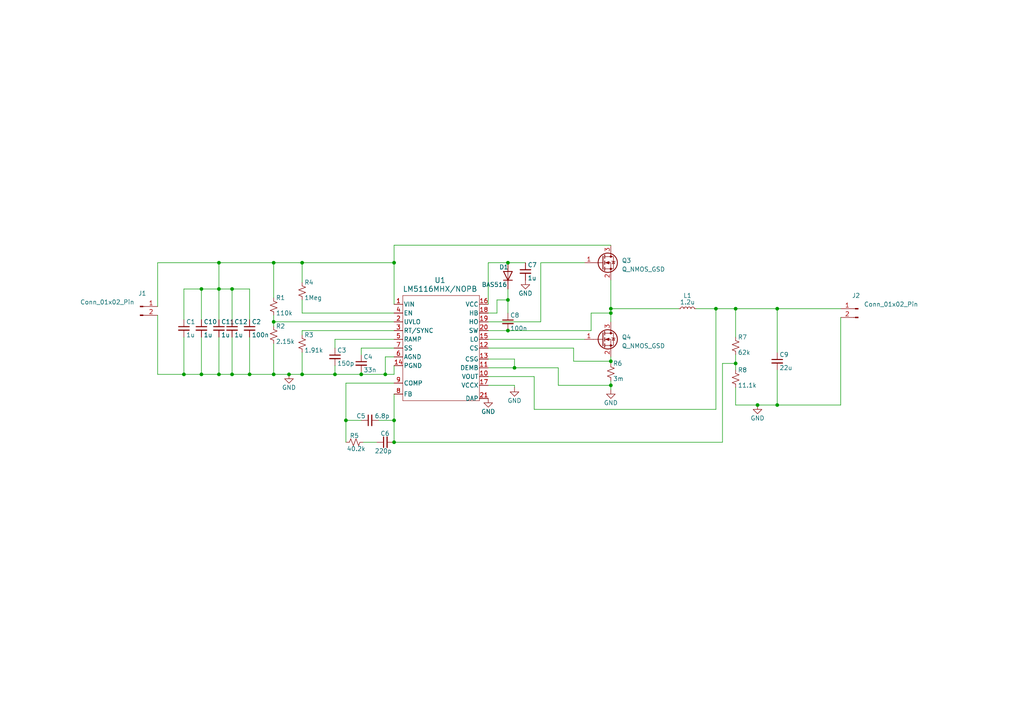
<source format=kicad_sch>
(kicad_sch (version 20231120) (generator "eeschema") (generator_version "8.0")
  (paper "A4")
  (lib_symbols
    (symbol "2024-09-04_03-50-03:LM5116MHX_NOPB" (pin_names (offset 0.254))
      (property "Reference" "U" (at 0 19.05 0))
      (property "Value" "LM5116MHX/NOPB" (at 0 16.51 0))
      (symbol "LM5116MHX_NOPB_0_1"
        (polyline (pts (xy -12.065 -15.875) (xy 10.16 -15.875)) (stroke (width 0.127)))
        (polyline (pts (xy -12.065 14.605) (xy -12.065 -15.875)) (stroke (width 0.127)))
        (polyline (pts (xy 10.16 -15.875) (xy 10.16 14.605)) (stroke (width 0.127)))
        (polyline (pts (xy 10.16 14.605) (xy -12.065 14.605)) (stroke (width 0.127)))
        (pin power_in line (at -14.605 12.065 0) (length 2.54) (name "VIN") (number "1"))
        (pin passive line (at 12.7 -8.89 180) (length 2.54) (name "VOUT") (number "10"))
        (pin input line (at 12.7 -6.35 180) (length 2.54) (name "DEMB") (number "11"))
        (pin input line (at 12.7 -0.635 180) (length 2.54) (name "CS") (number "12"))
        (pin input line (at 12.7 -3.81 180) (length 2.54) (name "CSG") (number "13"))
        (pin power_in line (at -14.605 -5.715 0) (length 2.54) (name "PGND") (number "14"))
        (pin output line (at 12.7 1.905 180) (length 2.54) (name "LO") (number "15"))
        (pin power_in line (at 12.7 12.065 180) (length 2.54) (name "VCC") (number "16"))
        (pin power_in line (at 12.7 -11.43 180) (length 2.54) (name "VCCX") (number "17"))
        (pin passive line (at 12.7 9.525 180) (length 2.54) (name "HB") (number "18"))
        (pin output line (at 12.7 6.985 180) (length 2.54) (name "HO") (number "19"))
        (pin passive line (at -14.605 6.985 0) (length 2.54) (name "UVLO") (number "2"))
        (pin power_in line (at 12.7 4.445 180) (length 2.54) (name "SW") (number "20"))
        (pin power_in line (at 12.7 -15.24 180) (length 2.54) (name "DAP") (number "21"))
        (pin input line (at -14.605 4.445 0) (length 2.54) (name "RT/SYNC") (number "3"))
        (pin input line (at -14.605 9.525 0) (length 2.54) (name "EN") (number "4"))
        (pin passive line (at -14.605 1.905 0) (length 2.54) (name "RAMP") (number "5"))
        (pin power_in line (at -14.605 -3.175 0) (length 2.54) (name "AGND") (number "6"))
        (pin input line (at -14.605 -0.635 0) (length 2.54) (name "SS") (number "7"))
        (pin input line (at -14.605 -13.97 0) (length 2.54) (name "FB") (number "8"))
        (pin passive line (at -14.605 -10.795 0) (length 2.54) (name "COMP") (number "9"))
      )
    )
    (symbol "Connector:Conn_01x02_Pin" (pin_names (offset 1.016) hide)
      (property "Reference" "J" (at 0 2.54 0))
      (property "Value" "Conn_01x02_Pin" (at 0 -5.08 0))
      (symbol "Conn_01x02_Pin_1_1"
        (polyline (pts (xy 1.27 -2.54) (xy 0.8636 -2.54)) (stroke (width 0.1524)))
        (polyline (pts (xy 1.27 0) (xy 0.8636 0)) (stroke (width 0.1524)))
        (rectangle (start 0.8636 -2.413) (end 0 -2.667) (stroke (width 0.1524)) (fill (type outline)))
        (rectangle (start 0.8636 0.127) (end 0 -0.127) (stroke (width 0.1524)) (fill (type outline)))
        (pin passive line (at 5.08 0 180) (length 3.81) (name "Pin_1") (number "1"))
        (pin passive line (at 5.08 -2.54 180) (length 3.81) (name "Pin_2") (number "2"))
      )
    )
    (symbol "Device:C_Small" (pin_numbers hide) (pin_names (offset 0.254) hide)
      (property "Reference" "C" (at 0.254 1.778 0))
      (property "Value" "C_Small" (at 0.254 -2.032 0))
      (symbol "C_Small_0_1"
        (polyline (pts (xy -1.524 -0.508) (xy 1.524 -0.508)) (stroke (width 0.3302)))
        (polyline (pts (xy -1.524 0.508) (xy 1.524 0.508)) (stroke (width 0.3048)))
      )
      (symbol "C_Small_1_1"
        (pin passive line (at 0 2.54 270) (length 2.032) (name "~") (number "1"))
        (pin passive line (at 0 -2.54 90) (length 2.032) (name "~") (number "2"))
      )
    )
    (symbol "Device:L_Small" (pin_numbers hide) (pin_names (offset 0.254) hide)
      (property "Reference" "L" (at 0.762 1.016 0))
      (property "Value" "L_Small" (at 0.762 -1.016 0))
      (symbol "L_Small_0_1"
        (arc (start 0 -2.032) (mid 0.5058 -1.524) (end 0 -1.016))
        (arc (start 0 -1.016) (mid 0.5058 -0.508) (end 0 0))
        (arc (start 0 0) (mid 0.5058 0.508) (end 0 1.016))
        (arc (start 0 1.016) (mid 0.5058 1.524) (end 0 2.032))
      )
      (symbol "L_Small_1_1"
        (pin passive line (at 0 2.54 270) (length 0.508) (name "~") (number "1"))
        (pin passive line (at 0 -2.54 90) (length 0.508) (name "~") (number "2"))
      )
    )
    (symbol "Device:Q_NMOS_GSD" (pin_names (offset 0) hide)
      (property "Reference" "Q" (at 5.08 1.27 0))
      (property "Value" "Q_NMOS_GSD" (at 5.08 -1.27 0))
      (symbol "Q_NMOS_GSD_0_1"
        (polyline (pts (xy 0.254 0) (xy -2.54 0)))
        (polyline (pts (xy 0.254 1.905) (xy 0.254 -1.905)) (stroke (width 0.254)))
        (polyline (pts (xy 0.762 -1.27) (xy 0.762 -2.286)) (stroke (width 0.254)))
        (polyline (pts (xy 0.762 0.508) (xy 0.762 -0.508)) (stroke (width 0.254)))
        (polyline (pts (xy 0.762 2.286) (xy 0.762 1.27)) (stroke (width 0.254)))
        (polyline (pts (xy 2.54 2.54) (xy 2.54 1.778)))
        (polyline (pts (xy 2.54 -2.54) (xy 2.54 0) (xy 0.762 0)))
        (polyline (pts (xy 0.762 -1.778) (xy 3.302 -1.778) (xy 3.302 1.778) (xy 0.762 1.778)))
        (polyline (pts (xy 1.016 0) (xy 2.032 0.381) (xy 2.032 -0.381) (xy 1.016 0)) (fill (type outline)))
        (polyline (pts (xy 2.794 0.508) (xy 2.921 0.381) (xy 3.683 0.381) (xy 3.81 0.254)))
        (polyline (pts (xy 3.302 0.381) (xy 2.921 -0.254) (xy 3.683 -0.254) (xy 3.302 0.381)))
        (circle (center 1.651 0) (radius 2.794) (stroke (width 0.254)))
        (circle (center 2.54 -1.778) (radius 0.254) (fill (type outline)))
        (circle (center 2.54 1.778) (radius 0.254) (fill (type outline)))
      )
      (symbol "Q_NMOS_GSD_1_1"
        (pin input line (at -5.08 0 0) (length 2.54) (name "G") (number "1"))
        (pin passive line (at 2.54 -5.08 90) (length 2.54) (name "S") (number "2"))
        (pin passive line (at 2.54 5.08 270) (length 2.54) (name "D") (number "3"))
      )
    )
    (symbol "Device:R_Small_US" (pin_numbers hide) (pin_names (offset 0.254) hide)
      (property "Reference" "R" (at 0.762 0.508 0))
      (property "Value" "R_Small_US" (at 0.762 -1.016 0))
      (symbol "R_Small_US_1_1"
        (polyline (pts (xy 0 0) (xy 1.016 -0.381) (xy 0 -0.762) (xy -1.016 -1.143) (xy 0 -1.524)))
        (polyline (pts (xy 0 1.524) (xy 1.016 1.143) (xy 0 0.762) (xy -1.016 0.381) (xy 0 0)))
        (pin passive line (at 0 2.54 270) (length 1.016) (name "~") (number "1"))
        (pin passive line (at 0 -2.54 90) (length 1.016) (name "~") (number "2"))
      )
    )
    (symbol "Diode:BAS516" (pin_numbers hide) (pin_names hide)
      (property "Reference" "D" (at 0 2.54 0))
      (property "Value" "BAS516" (at 0 -2.54 0))
      (symbol "BAS516_0_1"
        (polyline (pts (xy -1.27 1.27) (xy -1.27 -1.27)) (stroke (width 0.254)))
        (polyline (pts (xy 1.27 0) (xy -1.27 0)))
        (polyline (pts (xy 1.27 1.27) (xy 1.27 -1.27) (xy -1.27 0) (xy 1.27 1.27)) (stroke (width 0.254)))
      )
      (symbol "BAS516_1_1"
        (pin passive line (at -3.81 0 0) (length 2.54) (name "K") (number "1"))
        (pin passive line (at 3.81 0 180) (length 2.54) (name "A") (number "2"))
      )
    )
    (symbol "power:GND" (power) (pin_names (offset 0))
      (property "Value" "GND" (at 0 -3.81 0))
      (symbol "GND_0_1"
        (polyline (pts (xy 0 0) (xy 0 -1.27) (xy 1.27 -1.27) (xy 0 -2.54) (xy -1.27 -1.27) (xy 0 -1.27)))
      )
      (symbol "GND_1_1"
        (pin power_in line (at 0 0 270) (length 0) hide (name "GND") (number "1"))
      )
    )
  )
  (junction (at 63.5 76.2))
  (junction (at 67.31 108.585))
  (junction (at 177.165 104.775))
  (junction (at 149.225 106.68))
  (junction (at 177.165 111.76))
  (junction (at 79.375 93.345))
  (junction (at 58.42 83.82))
  (junction (at 207.645 89.535))
  (junction (at 147.32 76.2))
  (junction (at 104.775 108.585))
  (junction (at 114.3 128.27))
  (junction (at 225.425 89.535))
  (junction (at 67.31 83.82))
  (junction (at 58.42 108.585))
  (junction (at 87.63 108.585))
  (junction (at 219.71 117.475))
  (junction (at 111.76 108.585))
  (junction (at 225.425 117.475))
  (junction (at 53.34 108.585))
  (junction (at 79.375 108.585))
  (junction (at 97.155 108.585))
  (junction (at 114.3 121.92))
  (junction (at 63.5 108.585))
  (junction (at 87.63 76.2))
  (junction (at 177.165 89.535))
  (junction (at 79.375 76.2))
  (junction (at 213.36 105.41))
  (junction (at 72.39 108.585))
  (junction (at 147.32 86.995))
  (junction (at 147.32 95.885))
  (junction (at 114.3 76.2))
  (junction (at 100.33 121.92))
  (junction (at 63.5 83.82))
  (junction (at 83.82 108.585))
  (junction (at 177.165 90.805))
  (junction (at 213.36 89.535))
  (wire (pts (xy 177.165 104.775) (xy 177.165 105.41)))
  (wire (pts (xy 114.3 71.12) (xy 177.165 71.12)))
  (wire (pts (xy 111.76 103.505) (xy 111.76 108.585)))
  (wire (pts (xy 53.34 83.82) (xy 58.42 83.82)))
  (wire (pts (xy 79.375 76.2) (xy 79.375 86.36)))
  (wire (pts (xy 72.39 83.82) (xy 67.31 83.82)))
  (wire (pts (xy 225.425 117.475) (xy 225.425 107.315)))
  (wire (pts (xy 154.94 109.22) (xy 141.605 109.22)))
  (wire (pts (xy 87.63 76.2) (xy 87.63 81.915)))
  (wire (pts (xy 79.375 93.345) (xy 79.375 94.615)))
  (wire (pts (xy 149.225 104.14) (xy 149.225 106.68)))
  (wire (pts (xy 177.165 111.76) (xy 177.165 113.03)))
  (wire (pts (xy 141.605 88.265) (xy 141.605 76.2)))
  (wire (pts (xy 166.37 100.965) (xy 141.605 100.965)))
  (wire (pts (xy 213.36 112.395) (xy 213.36 117.475)))
  (wire (pts (xy 149.225 106.68) (xy 161.925 106.68)))
  (wire (pts (xy 171.45 95.885) (xy 171.45 90.805)))
  (wire (pts (xy 72.39 92.71) (xy 72.39 83.82)))
  (wire (pts (xy 141.605 76.2) (xy 147.32 76.2)))
  (wire (pts (xy 213.36 117.475) (xy 219.71 117.475)))
  (wire (pts (xy 209.55 105.41) (xy 209.55 128.27)))
  (wire (pts (xy 114.3 103.505) (xy 111.76 103.505)))
  (wire (pts (xy 149.225 106.68) (xy 141.605 106.68)))
  (wire (pts (xy 72.39 108.585) (xy 79.375 108.585)))
  (wire (pts (xy 207.645 89.535) (xy 207.645 118.745)))
  (wire (pts (xy 100.33 121.92) (xy 104.775 121.92)))
  (wire (pts (xy 97.155 108.585) (xy 104.775 108.585)))
  (wire (pts (xy 161.925 106.68) (xy 161.925 111.76)))
  (wire (pts (xy 45.72 76.2) (xy 63.5 76.2)))
  (wire (pts (xy 104.775 102.87) (xy 104.775 100.965)))
  (wire (pts (xy 243.84 92.075) (xy 243.84 117.475)))
  (wire (pts (xy 79.375 91.44) (xy 79.375 93.345)))
  (wire (pts (xy 87.63 76.2) (xy 114.3 76.2)))
  (wire (pts (xy 87.63 95.885) (xy 87.63 97.155)))
  (wire (pts (xy 63.5 97.79) (xy 63.5 108.585)))
  (wire (pts (xy 53.34 97.79) (xy 53.34 108.585)))
  (wire (pts (xy 79.375 76.2) (xy 87.63 76.2)))
  (wire (pts (xy 141.605 98.425) (xy 169.545 98.425)))
  (wire (pts (xy 156.845 76.2) (xy 169.545 76.2)))
  (wire (pts (xy 177.165 103.505) (xy 177.165 104.775)))
  (wire (pts (xy 58.42 83.82) (xy 58.42 92.71)))
  (wire (pts (xy 141.605 95.885) (xy 147.32 95.885)))
  (wire (pts (xy 72.39 97.79) (xy 72.39 108.585)))
  (wire (pts (xy 45.72 88.9) (xy 45.72 76.2)))
  (wire (pts (xy 225.425 89.535) (xy 243.84 89.535)))
  (wire (pts (xy 97.155 106.045) (xy 97.155 108.585)))
  (wire (pts (xy 177.165 89.535) (xy 177.165 90.805)))
  (wire (pts (xy 141.605 104.14) (xy 149.225 104.14)))
  (wire (pts (xy 156.845 93.345) (xy 156.845 76.2)))
  (wire (pts (xy 209.55 105.41) (xy 213.36 105.41)))
  (wire (pts (xy 79.375 99.695) (xy 79.375 108.585)))
  (wire (pts (xy 67.31 108.585) (xy 72.39 108.585)))
  (wire (pts (xy 63.5 76.2) (xy 63.5 83.82)))
  (wire (pts (xy 100.33 121.92) (xy 100.33 128.27)))
  (wire (pts (xy 67.31 83.82) (xy 63.5 83.82)))
  (wire (pts (xy 67.31 97.79) (xy 67.31 108.585)))
  (wire (pts (xy 53.34 108.585) (xy 58.42 108.585)))
  (wire (pts (xy 63.5 83.82) (xy 63.5 92.71)))
  (wire (pts (xy 58.42 108.585) (xy 63.5 108.585)))
  (wire (pts (xy 166.37 104.775) (xy 166.37 100.965)))
  (wire (pts (xy 225.425 117.475) (xy 243.84 117.475)))
  (wire (pts (xy 213.36 89.535) (xy 213.36 97.79)))
  (wire (pts (xy 207.645 118.745) (xy 154.94 118.745)))
  (wire (pts (xy 63.5 108.585) (xy 67.31 108.585)))
  (wire (pts (xy 161.925 111.76) (xy 177.165 111.76)))
  (wire (pts (xy 114.3 76.2) (xy 114.3 71.12)))
  (wire (pts (xy 177.165 90.805) (xy 177.165 93.345)))
  (wire (pts (xy 209.55 128.27) (xy 114.3 128.27)))
  (wire (pts (xy 177.165 104.775) (xy 166.37 104.775)))
  (wire (pts (xy 141.605 90.805) (xy 144.145 90.805)))
  (wire (pts (xy 53.34 83.82) (xy 53.34 92.71)))
  (wire (pts (xy 114.3 76.2) (xy 114.3 88.265)))
  (wire (pts (xy 58.42 97.79) (xy 58.42 108.585)))
  (wire (pts (xy 58.42 83.82) (xy 63.5 83.82)))
  (wire (pts (xy 104.775 100.965) (xy 114.3 100.965)))
  (wire (pts (xy 104.775 108.585) (xy 111.76 108.585)))
  (wire (pts (xy 147.32 86.995) (xy 147.32 90.805)))
  (wire (pts (xy 63.5 76.2) (xy 79.375 76.2)))
  (wire (pts (xy 144.145 86.995) (xy 147.32 86.995)))
  (wire (pts (xy 114.3 111.125) (xy 100.33 111.125)))
  (wire (pts (xy 79.375 93.345) (xy 114.3 93.345)))
  (wire (pts (xy 213.36 89.535) (xy 225.425 89.535)))
  (wire (pts (xy 114.3 114.3) (xy 114.3 121.92)))
  (wire (pts (xy 87.63 102.235) (xy 87.63 108.585)))
  (wire (pts (xy 83.82 108.585) (xy 87.63 108.585)))
  (wire (pts (xy 87.63 90.805) (xy 87.63 86.995)))
  (wire (pts (xy 219.71 117.475) (xy 225.425 117.475)))
  (wire (pts (xy 147.32 76.2) (xy 152.4 76.2)))
  (wire (pts (xy 201.93 89.535) (xy 207.645 89.535)))
  (wire (pts (xy 147.32 83.82) (xy 147.32 86.995)))
  (wire (pts (xy 114.3 108.585) (xy 114.3 106.045)))
  (wire (pts (xy 114.3 98.425) (xy 97.155 98.425)))
  (wire (pts (xy 87.63 95.885) (xy 114.3 95.885)))
  (wire (pts (xy 177.165 89.535) (xy 196.85 89.535)))
  (wire (pts (xy 213.36 102.87) (xy 213.36 105.41)))
  (wire (pts (xy 79.375 108.585) (xy 83.82 108.585)))
  (wire (pts (xy 144.145 90.805) (xy 144.145 86.995)))
  (wire (pts (xy 109.855 121.92) (xy 114.3 121.92)))
  (wire (pts (xy 171.45 90.805) (xy 177.165 90.805)))
  (wire (pts (xy 100.33 111.125) (xy 100.33 121.92)))
  (wire (pts (xy 141.605 111.76) (xy 149.225 111.76)))
  (wire (pts (xy 111.76 108.585) (xy 114.3 108.585)))
  (wire (pts (xy 45.72 91.44) (xy 45.72 108.585)))
  (wire (pts (xy 207.645 89.535) (xy 213.36 89.535)))
  (wire (pts (xy 213.36 105.41) (xy 213.36 107.315)))
  (wire (pts (xy 114.3 128.27) (xy 114.3 121.92)))
  (wire (pts (xy 149.225 111.76) (xy 149.225 112.395)))
  (wire (pts (xy 154.94 118.745) (xy 154.94 109.22)))
  (wire (pts (xy 141.605 93.345) (xy 156.845 93.345)))
  (wire (pts (xy 114.3 90.805) (xy 87.63 90.805)))
  (wire (pts (xy 225.425 89.535) (xy 225.425 102.235)))
  (wire (pts (xy 97.155 98.425) (xy 97.155 100.965)))
  (wire (pts (xy 147.32 95.885) (xy 171.45 95.885)))
  (wire (pts (xy 45.72 108.585) (xy 53.34 108.585)))
  (wire (pts (xy 105.41 128.27) (xy 109.22 128.27)))
  (wire (pts (xy 67.31 83.82) (xy 67.31 92.71)))
  (wire (pts (xy 177.165 110.49) (xy 177.165 111.76)))
  (wire (pts (xy 87.63 108.585) (xy 97.155 108.585)))
  (wire (pts (xy 177.165 81.28) (xy 177.165 89.535)))
  (wire (pts (xy 104.775 107.95) (xy 104.775 108.585)))
  (symbol (lib_id "Device:C_Small") (at 152.4 78.74 0) (unit 1)
    (property "Reference" "C7" (at 153.035 76.835 0) (effects (justify left)))
    (property "Value" "1u" (at 153.035 80.645 0) (effects (justify left)))
    (property "Footprint" "Capacitor_SMD:C_0805_2012Metric" (effects (hide yes)))
  )
  (symbol (lib_id "power:GND") (at 83.82 108.585 0) (unit 1)
    (property "Reference" "#PWR03" (effects (hide yes)))
    (property "Value" "GND" (at 83.82 112.395 0))
  )
  (symbol (lib_id "Device:L_Small") (at 199.39 89.535 90) (unit 1)
    (property "Reference" "L1" (at 199.39 85.725 90))
    (property "Value" "1.2u" (at 199.39 87.63 90))
    (property "Footprint" "Inductor_SMD:L_Coilcraft_XAL7070-XXX" (effects (hide yes)))
  )
  (symbol (lib_id "Device:R_Small_US") (at 79.375 88.9 0) (unit 1)
    (property "Reference" "R1" (at 80.01 86.36 0) (effects (justify left)))
    (property "Value" "110k" (at 80.01 90.805 0) (effects (justify left)))
    (property "Footprint" "Resistor_SMD:R_0805_2012Metric" (effects (hide yes)))
  )
  (symbol (lib_id "Device:C_Small") (at 225.425 104.775 0) (unit 1)
    (property "Reference" "C9" (at 226.06 102.87 0) (effects (justify left)))
    (property "Value" "22u" (at 226.06 106.68 0) (effects (justify left)))
    (property "Footprint" "Capacitor_SMD:C_2220_5650Metric" (effects (hide yes)))
  )
  (symbol (lib_id "2024-09-04_03-50-03:LM5116MHX_NOPB") (at 128.905 100.33 0) (unit 1)
    (property "Reference" "U1" (at 127.635 81.28 0) (effects (font (size 1.524 1.524))))
    (property "Value" "LM5116MHX/NOPB" (at 127.635 83.82 0) (effects (font (size 1.524 1.524))))
    (property "Footprint" "MXA20A_TEX" (effects (hide yes)))
    (property "Datasheet" "LM5116MHX/NOPB" (effects (hide yes)))
  )
  (symbol (lib_id "Device:C_Small") (at 63.5 95.25 0) (unit 1)
    (property "Reference" "C11" (at 64.135 93.345 0) (effects (justify left)))
    (property "Value" "1u" (at 64.135 97.155 0) (effects (justify left)))
    (property "Footprint" "Capacitor_SMD:C_2220_5750Metric" (effects (hide yes)))
  )
  (symbol (lib_id "Device:C_Small") (at 147.32 93.345 0) (unit 1)
    (property "Reference" "C8" (at 147.955 91.44 0) (effects (justify left)))
    (property "Value" "100n" (at 147.955 95.25 0) (effects (justify left)))
    (property "Footprint" "Capacitor_SMD:C_0603_1608Metric" (effects (hide yes)))
  )
  (symbol (lib_id "Device:C_Small") (at 111.76 128.27 90) (unit 1)
    (property "Reference" "C6" (at 113.03 125.73 90) (effects (justify left)))
    (property "Value" "220p" (at 113.665 130.81 90) (effects (justify left)))
    (property "Footprint" "Capacitor_SMD:C_0603_1608Metric" (effects (hide yes)))
  )
  (symbol (lib_id "Device:R_Small_US") (at 213.36 109.855 0) (unit 1)
    (property "Reference" "R8" (at 213.995 107.315 0) (effects (justify left)))
    (property "Value" "11.1k" (at 213.995 111.76 0) (effects (justify left)))
    (property "Footprint" "Resistor_SMD:R_0603_1608Metric" (effects (hide yes)))
  )
  (symbol (lib_id "Device:Q_NMOS_GSD") (at 174.625 76.2 0) (unit 1)
    (property "Reference" "Q3" (at 180.34 75.565 0) (effects (justify left)))
    (property "Value" "Q_NMOS_GSD" (at 180.34 78.105 0) (effects (justify left)))
    (property "Footprint" "Package_TO_SOT_SMD:PQFN_8x8" (effects (hide yes)))
  )
  (symbol (lib_id "Device:R_Small_US") (at 87.63 99.695 0) (unit 1)
    (property "Reference" "R3" (at 88.265 97.155 0) (effects (justify left)))
    (property "Value" "1.91k" (at 88.265 101.6 0) (effects (justify left)))
    (property "Footprint" "Resistor_SMD:R_0603_1608Metric" (effects (hide yes)))
  )
  (symbol (lib_id "Device:C_Small") (at 97.155 103.505 0) (unit 1)
    (property "Reference" "C3" (at 97.79 101.6 0) (effects (justify left)))
    (property "Value" "150p" (at 97.79 105.41 0) (effects (justify left)))
    (property "Footprint" "Capacitor_SMD:C_0603_1608Metric" (effects (hide yes)))
  )
  (symbol (lib_id "Device:Q_NMOS_GSD") (at 174.625 98.425 0) (unit 1)
    (property "Reference" "Q4" (at 180.34 97.79 0) (effects (justify left)))
    (property "Value" "Q_NMOS_GSD" (at 180.34 100.33 0) (effects (justify left)))
    (property "Footprint" "Package_TO_SOT_SMD:PQFN_8x8" (effects (hide yes)))
  )
  (symbol (lib_id "Device:C_Small") (at 107.315 121.92 90) (unit 1)
    (property "Reference" "C5" (at 106.045 120.65 90) (effects (justify left)))
    (property "Value" "6.8p" (at 113.03 120.65 90) (effects (justify left)))
    (property "Footprint" "Capacitor_SMD:C_0603_1608Metric" (effects (hide yes)))
  )
  (symbol (lib_id "power:GND") (at 177.165 113.03 0) (unit 1)
    (property "Reference" "#PWR02" (effects (hide yes)))
    (property "Value" "GND" (at 177.165 116.84 0))
  )
  (symbol (lib_id "power:GND") (at 152.4 81.28 0) (unit 1)
    (property "Reference" "#PWR01" (effects (hide yes)))
    (property "Value" "GND" (at 152.4 85.09 0))
  )
  (symbol (lib_id "Device:C_Small") (at 72.39 95.25 0) (unit 1)
    (property "Reference" "C2" (at 73.025 93.345 0) (effects (justify left)))
    (property "Value" "100n" (at 73.025 97.155 0) (effects (justify left)))
    (property "Footprint" "Capacitor_SMD:C_0805_2012Metric" (effects (hide yes)))
  )
  (symbol (lib_id "Connector:Conn_01x02_Pin") (at 40.64 88.9 0) (unit 1)
    (property "Reference" "J1" (at 41.275 85.09 0))
    (property "Value" "Conn_01x02_Pin" (at 31.115 87.63 0))
    (property "Footprint" "Connector_PinHeader_2.54mm:PinHeader_1x02_P2.54mm_Vertical" (effects (hide yes)))
  )
  (symbol (lib_id "Diode:BAS516") (at 147.32 80.01 90) (unit 1)
    (property "Reference" "D1" (at 144.78 77.47 90) (effects (justify right)))
    (property "Value" "BAS516" (at 139.7 82.55 90) (effects (justify right)))
    (property "Footprint" "Diode_SMD:D_SOD-523" (effects (hide yes)))
    (property "Datasheet" "https://assets.nexperia.com/documents/data-sheet/BAS16_SER.pdf" (effects (hide yes)))
    (property "Sim.Device" "D" (effects (hide yes)))
    (property "Sim.Pins" "1=K 2=A" (effects (hide yes)))
  )
  (symbol (lib_id "Device:R_Small_US") (at 102.87 128.27 90) (unit 1)
    (property "Reference" "R5" (at 104.14 126.365 90) (effects (justify left)))
    (property "Value" "40.2k" (at 106.045 130.175 90) (effects (justify left)))
    (property "Footprint" "Resistor_SMD:R_0603_1608Metric" (effects (hide yes)))
  )
  (symbol (lib_id "power:GND") (at 141.605 115.57 0) (unit 1)
    (property "Reference" "#PWR06" (effects (hide yes)))
    (property "Value" "GND" (at 141.605 119.38 0))
  )
  (symbol (lib_id "Device:C_Small") (at 104.775 105.41 0) (unit 1)
    (property "Reference" "C4" (at 105.41 103.505 0) (effects (justify left)))
    (property "Value" "33n" (at 105.41 107.315 0) (effects (justify left)))
    (property "Footprint" "Capacitor_SMD:C_0603_1608Metric" (effects (hide yes)))
  )
  (symbol (lib_id "Device:R_Small_US") (at 213.36 100.33 0) (unit 1)
    (property "Reference" "R7" (at 213.995 97.79 0) (effects (justify left)))
    (property "Value" "62k" (at 213.995 102.235 0) (effects (justify left)))
    (property "Footprint" "Resistor_SMD:R_0603_1608Metric" (effects (hide yes)))
  )
  (symbol (lib_id "Device:R_Small_US") (at 87.63 84.455 0) (unit 1)
    (property "Reference" "R4" (at 88.265 81.915 0) (effects (justify left)))
    (property "Value" "1Meg" (at 88.265 86.36 0) (effects (justify left)))
    (property "Footprint" "Resistor_SMD:R_0603_1608Metric" (effects (hide yes)))
  )
  (symbol (lib_id "Connector:Conn_01x02_Pin") (at 248.92 89.535 0) (mirror y) (unit 1)
    (property "Reference" "J2" (at 248.285 85.725 0))
    (property "Value" "Conn_01x02_Pin" (at 258.445 88.265 0))
    (property "Footprint" "Connector_PinHeader_2.54mm:PinHeader_1x02_P2.54mm_Vertical" (effects (hide yes)))
  )
  (symbol (lib_id "Device:R_Small_US") (at 79.375 97.155 0) (unit 1)
    (property "Reference" "R2" (at 80.01 94.615 0) (effects (justify left)))
    (property "Value" "2.15k" (at 80.01 99.06 0) (effects (justify left)))
    (property "Footprint" "Resistor_SMD:R_0603_1608Metric" (effects (hide yes)))
  )
  (symbol (lib_id "power:GND") (at 219.71 117.475 0) (unit 1)
    (property "Reference" "#PWR04" (effects (hide yes)))
    (property "Value" "GND" (at 219.71 121.285 0))
  )
  (symbol (lib_id "Device:C_Small") (at 53.34 95.25 0) (unit 1)
    (property "Reference" "C1" (at 53.975 93.345 0) (effects (justify left)))
    (property "Value" "1u" (at 53.975 97.155 0) (effects (justify left)))
    (property "Footprint" "Capacitor_SMD:C_2220_5750Metric" (effects (hide yes)))
  )
  (symbol (lib_id "Device:C_Small") (at 58.42 95.25 0) (unit 1)
    (property "Reference" "C10" (at 59.055 93.345 0) (effects (justify left)))
    (property "Value" "1u" (at 59.055 97.155 0) (effects (justify left)))
    (property "Footprint" "Capacitor_SMD:C_2220_5750Metric" (effects (hide yes)))
  )
  (symbol (lib_id "power:GND") (at 149.225 112.395 0) (unit 1)
    (property "Reference" "#PWR05" (effects (hide yes)))
    (property "Value" "GND" (at 149.225 116.205 0))
  )
  (symbol (lib_id "Device:C_Small") (at 67.31 95.25 0) (unit 1)
    (property "Reference" "C12" (at 67.945 93.345 0) (effects (justify left)))
    (property "Value" "1u" (at 67.945 97.155 0) (effects (justify left)))
    (property "Footprint" "Capacitor_SMD:C_2220_5750Metric" (effects (hide yes)))
  )
  (symbol (lib_id "Device:R_Small_US") (at 177.165 107.95 0) (unit 1)
    (property "Reference" "R6" (at 177.8 105.41 0) (effects (justify left)))
    (property "Value" "3m" (at 177.8 109.855 0) (effects (justify left)))
    (property "Footprint" "Resistor_SMD:R_1206_3216Metric" (effects (hide yes)))
  )
)
</source>
